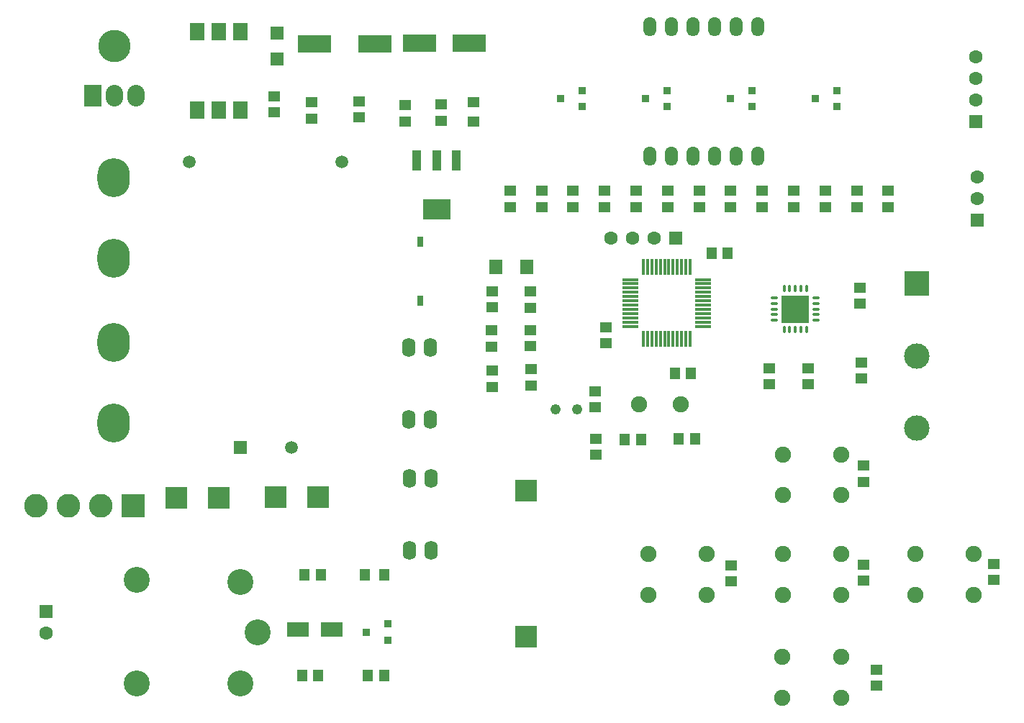
<source format=gts>
G04*
G04 #@! TF.GenerationSoftware,Altium Limited,Altium Designer,21.2.1 (34)*
G04*
G04 Layer_Color=8388736*
%FSLAX24Y24*%
%MOIN*%
G70*
G04*
G04 #@! TF.SameCoordinates,0DDDE1A0-FCF8-4535-BD96-C2C20E8F4AC2*
G04*
G04*
G04 #@! TF.FilePolarity,Negative*
G04*
G01*
G75*
G04:AMPARAMS|DCode=25|XSize=12.6mil|YSize=33.1mil|CornerRadius=1.6mil|HoleSize=0mil|Usage=FLASHONLY|Rotation=180.000|XOffset=0mil|YOffset=0mil|HoleType=Round|Shape=RoundedRectangle|*
%AMROUNDEDRECTD25*
21,1,0.0126,0.0299,0,0,180.0*
21,1,0.0094,0.0331,0,0,180.0*
1,1,0.0032,-0.0047,0.0150*
1,1,0.0032,0.0047,0.0150*
1,1,0.0032,0.0047,-0.0150*
1,1,0.0032,-0.0047,-0.0150*
%
%ADD25ROUNDEDRECTD25*%
G04:AMPARAMS|DCode=26|XSize=33.1mil|YSize=12.6mil|CornerRadius=1.6mil|HoleSize=0mil|Usage=FLASHONLY|Rotation=180.000|XOffset=0mil|YOffset=0mil|HoleType=Round|Shape=RoundedRectangle|*
%AMROUNDEDRECTD26*
21,1,0.0331,0.0094,0,0,180.0*
21,1,0.0299,0.0126,0,0,180.0*
1,1,0.0032,-0.0150,0.0047*
1,1,0.0032,0.0150,0.0047*
1,1,0.0032,0.0150,-0.0047*
1,1,0.0032,-0.0150,-0.0047*
%
%ADD26ROUNDEDRECTD26*%
%ADD28R,0.0394X0.0945*%
%ADD29R,0.1299X0.0945*%
%ADD32O,0.0630X0.0886*%
%ADD33R,0.0551X0.0472*%
%ADD34R,0.0984X0.0984*%
%ADD35R,0.1575X0.0787*%
%ADD36R,0.0472X0.0551*%
%ADD37R,0.0374X0.0354*%
%ADD38R,0.0700X0.0800*%
%ADD39R,0.1024X0.1024*%
%ADD40R,0.0630X0.0591*%
%ADD41R,0.0600X0.0650*%
%ADD42R,0.0500X0.0550*%
%ADD43R,0.0550X0.0500*%
%ADD44R,0.0984X0.0669*%
%ADD45R,0.0315X0.0472*%
%ADD46R,0.1280X0.1280*%
%ADD47R,0.0729X0.0178*%
%ADD48R,0.0178X0.0729*%
%ADD49O,0.1500X0.1800*%
%ADD50R,0.0800X0.1000*%
%ADD51R,0.0591X0.0591*%
%ADD52C,0.0591*%
%ADD53O,0.0600X0.0900*%
%ADD54C,0.0630*%
%ADD55R,0.0630X0.0630*%
%ADD56R,0.0630X0.0630*%
%ADD57C,0.0750*%
%ADD58R,0.1181X0.1181*%
%ADD59C,0.1181*%
%ADD60C,0.0480*%
%ADD61C,0.1500*%
%ADD62O,0.0800X0.1000*%
%ADD63C,0.1200*%
%ADD64C,0.1100*%
%ADD65R,0.1100X0.1100*%
%ADD66C,0.0200*%
D25*
X46761Y36613D02*
D03*
X46505D02*
D03*
X46249D02*
D03*
X45993D02*
D03*
X45737D02*
D03*
Y34696D02*
D03*
X45993D02*
D03*
X46249D02*
D03*
X46505D02*
D03*
X46761D02*
D03*
D26*
X47207Y35143D02*
D03*
Y35399D02*
D03*
Y35655D02*
D03*
Y35911D02*
D03*
Y36166D02*
D03*
X45290D02*
D03*
Y35911D02*
D03*
Y35655D02*
D03*
Y35399D02*
D03*
Y35143D02*
D03*
D28*
X30536Y42552D02*
D03*
X29630D02*
D03*
X28725D02*
D03*
D29*
X29630Y40269D02*
D03*
D32*
X28390Y24467D02*
D03*
X29390D02*
D03*
Y27814D02*
D03*
X28390D02*
D03*
X29350Y30547D02*
D03*
X28350D02*
D03*
Y33894D02*
D03*
X29350D02*
D03*
D33*
X33966Y33935D02*
D03*
Y34683D02*
D03*
Y35725D02*
D03*
Y36473D02*
D03*
X32192Y33918D02*
D03*
Y34666D02*
D03*
X32204Y36476D02*
D03*
Y35728D02*
D03*
X37020Y29661D02*
D03*
Y28913D02*
D03*
X36980Y31849D02*
D03*
Y31101D02*
D03*
X50010Y18203D02*
D03*
Y18951D02*
D03*
X37492Y34078D02*
D03*
Y34826D02*
D03*
X44720Y41137D02*
D03*
Y40388D02*
D03*
X41800Y41137D02*
D03*
Y40388D02*
D03*
X43260Y41137D02*
D03*
Y40388D02*
D03*
X46180Y41137D02*
D03*
Y40388D02*
D03*
X47640Y41137D02*
D03*
Y40388D02*
D03*
X49100Y41137D02*
D03*
Y40388D02*
D03*
X50560Y41137D02*
D03*
Y40388D02*
D03*
X40338Y40390D02*
D03*
Y41138D02*
D03*
X37420Y41137D02*
D03*
Y40388D02*
D03*
X33040Y41137D02*
D03*
Y40388D02*
D03*
X34500Y41137D02*
D03*
Y40388D02*
D03*
X35960Y41137D02*
D03*
Y40388D02*
D03*
X38880Y41137D02*
D03*
Y40388D02*
D03*
X33996Y32115D02*
D03*
Y32863D02*
D03*
X49412Y23826D02*
D03*
Y23078D02*
D03*
X43281Y23776D02*
D03*
Y23028D02*
D03*
X49420Y28399D02*
D03*
Y27651D02*
D03*
X55451Y23856D02*
D03*
Y23108D02*
D03*
X32200Y32801D02*
D03*
Y32053D02*
D03*
X49320Y33189D02*
D03*
Y32441D02*
D03*
X22124Y44778D02*
D03*
Y45526D02*
D03*
X29840Y44393D02*
D03*
Y45141D02*
D03*
X49250Y36650D02*
D03*
Y35902D02*
D03*
X45050Y32163D02*
D03*
Y32911D02*
D03*
X46830Y32171D02*
D03*
Y32919D02*
D03*
X23842Y45236D02*
D03*
Y44488D02*
D03*
X26029Y44535D02*
D03*
Y45283D02*
D03*
X28182Y45106D02*
D03*
Y44358D02*
D03*
D34*
X33780Y27256D02*
D03*
Y20485D02*
D03*
D35*
X31132Y47981D02*
D03*
X28848D02*
D03*
X26765Y47961D02*
D03*
X23970D02*
D03*
D36*
X41412Y32662D02*
D03*
X40664D02*
D03*
X43116Y38259D02*
D03*
X42368D02*
D03*
X38352Y29600D02*
D03*
X39100D02*
D03*
X23408Y18677D02*
D03*
X24156D02*
D03*
X26458D02*
D03*
X27206D02*
D03*
X24272Y23346D02*
D03*
X23524D02*
D03*
X40850Y29650D02*
D03*
X41598D02*
D03*
D37*
X36364Y45785D02*
D03*
X35380Y45411D02*
D03*
X36364Y45037D02*
D03*
X48172Y45785D02*
D03*
X47188Y45411D02*
D03*
X48172Y45037D02*
D03*
X40300Y45785D02*
D03*
X39316Y45411D02*
D03*
X40300Y45037D02*
D03*
X44236Y45785D02*
D03*
X43252Y45411D02*
D03*
X44236Y45037D02*
D03*
X27372Y20317D02*
D03*
X26388Y20691D02*
D03*
X27372Y21065D02*
D03*
D38*
X18550Y44875D02*
D03*
X19550D02*
D03*
X20550D02*
D03*
Y48525D02*
D03*
X19550D02*
D03*
X18550D02*
D03*
D39*
X24134Y26950D02*
D03*
X22166D02*
D03*
X19550Y26900D02*
D03*
X17581D02*
D03*
D40*
X22250Y48431D02*
D03*
Y47250D02*
D03*
D41*
X32380Y37621D02*
D03*
X33800D02*
D03*
D42*
X26305Y23346D02*
D03*
X27205D02*
D03*
D43*
X31350Y44361D02*
D03*
Y45261D02*
D03*
D44*
X23213Y20821D02*
D03*
X24788D02*
D03*
D45*
X28890Y38788D02*
D03*
Y36033D02*
D03*
D46*
X46249Y35655D02*
D03*
D47*
X38625Y34861D02*
D03*
Y35058D02*
D03*
Y35255D02*
D03*
Y35452D02*
D03*
Y35649D02*
D03*
Y35845D02*
D03*
Y36042D02*
D03*
Y36239D02*
D03*
Y36436D02*
D03*
Y36633D02*
D03*
Y36830D02*
D03*
Y37027D02*
D03*
X41962D02*
D03*
Y36830D02*
D03*
Y36633D02*
D03*
Y36436D02*
D03*
Y36239D02*
D03*
Y36042D02*
D03*
Y35845D02*
D03*
Y35649D02*
D03*
Y35452D02*
D03*
Y35255D02*
D03*
Y35058D02*
D03*
Y34861D02*
D03*
D48*
X39211Y37612D02*
D03*
X39408D02*
D03*
X39605D02*
D03*
X39802D02*
D03*
X39999D02*
D03*
X40195D02*
D03*
X40392D02*
D03*
X40589D02*
D03*
X40786D02*
D03*
X40983D02*
D03*
X41180D02*
D03*
X41377D02*
D03*
Y34275D02*
D03*
X41180D02*
D03*
X40983D02*
D03*
X40786D02*
D03*
X40589D02*
D03*
X40392D02*
D03*
X40195D02*
D03*
X39999D02*
D03*
X39802D02*
D03*
X39605D02*
D03*
X39408D02*
D03*
X39211D02*
D03*
D49*
X14680Y30366D02*
D03*
Y34116D02*
D03*
X14690Y38011D02*
D03*
Y41761D02*
D03*
D50*
X13700Y45550D02*
D03*
D51*
X20532Y29242D02*
D03*
D52*
X22895D02*
D03*
X18170Y42471D02*
D03*
X25257D02*
D03*
D53*
X39500Y42741D02*
D03*
X40500D02*
D03*
X41500D02*
D03*
X42500D02*
D03*
X43500D02*
D03*
X44500D02*
D03*
X39500Y48741D02*
D03*
X40500D02*
D03*
X41500D02*
D03*
X42500D02*
D03*
X43500D02*
D03*
X44500D02*
D03*
D54*
X54690Y40781D02*
D03*
Y41781D02*
D03*
X39720Y38951D02*
D03*
X38720D02*
D03*
X37720D02*
D03*
X54620Y46331D02*
D03*
Y45331D02*
D03*
Y47331D02*
D03*
X11550Y20650D02*
D03*
D55*
X54690Y39781D02*
D03*
X54620Y44331D02*
D03*
X11550Y21650D02*
D03*
D56*
X40720Y38951D02*
D03*
D57*
X45660Y17651D02*
D03*
X48370Y19531D02*
D03*
Y17651D02*
D03*
X45660Y19531D02*
D03*
X39021Y31250D02*
D03*
X40950D02*
D03*
X45670Y28911D02*
D03*
X48380Y27031D02*
D03*
Y28911D02*
D03*
X45670Y27031D02*
D03*
X45670Y22423D02*
D03*
X48380Y24303D02*
D03*
Y22423D02*
D03*
X45670Y24303D02*
D03*
X39430D02*
D03*
X42140Y22423D02*
D03*
Y24303D02*
D03*
X39430Y22423D02*
D03*
X51801Y24303D02*
D03*
X54511Y22423D02*
D03*
Y24303D02*
D03*
X51801Y22423D02*
D03*
D58*
X51890Y36833D02*
D03*
D59*
Y33487D02*
D03*
Y30141D02*
D03*
D60*
X35150Y31001D02*
D03*
X36150D02*
D03*
D61*
X14700Y47850D02*
D03*
D62*
X15700Y45550D02*
D03*
X14700D02*
D03*
D63*
X21341Y20662D02*
D03*
X15750Y18300D02*
D03*
Y23100D02*
D03*
X20553Y18300D02*
D03*
Y23024D02*
D03*
D64*
X11090Y26531D02*
D03*
X12590D02*
D03*
X14080D02*
D03*
D65*
X15590Y26561D02*
D03*
D66*
X46260Y35671D02*
D03*
X46550Y35361D02*
D03*
X46590Y35991D02*
D03*
X45980Y35361D02*
D03*
X45950Y35991D02*
D03*
M02*

</source>
